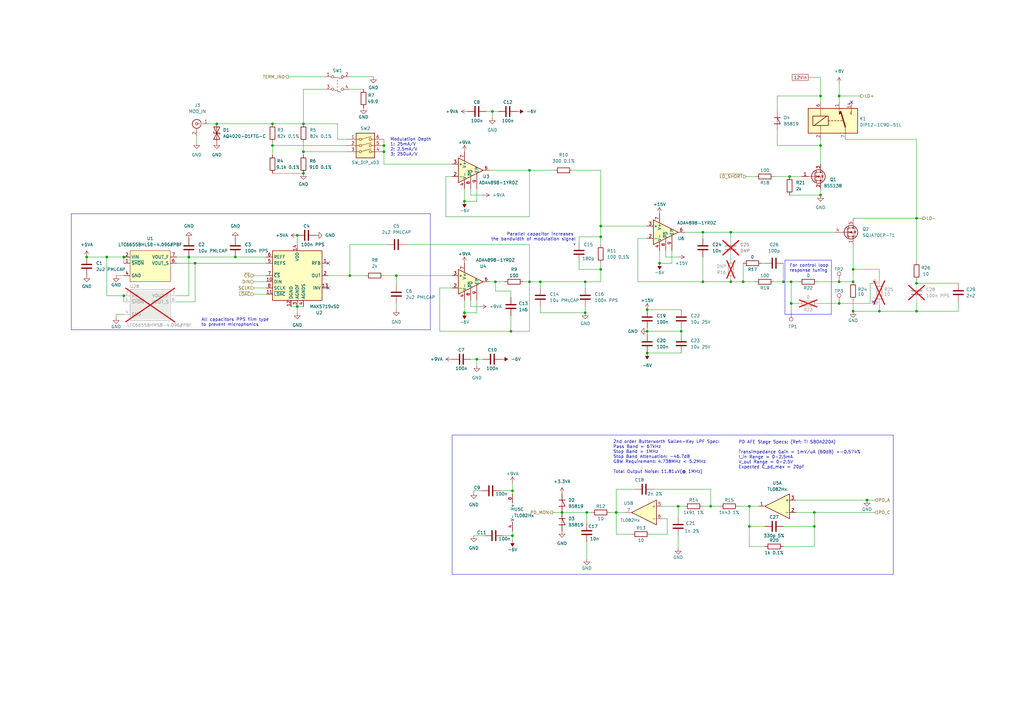
<source format=kicad_sch>
(kicad_sch (version 20230121) (generator eeschema)
  (paper "A3")
  (title_block (title "driveStage") (date "2023-11-09") (rev "r0_3") (company "M-Labs Limited") (comment 1 "Linus Woo Chun Kit"))
  (junction (at 270.51 107.95))
  (junction (at 124.46 71.12))
  (junction (at 217.17 69.85))
  (junction (at 265.43 135.89))
  (junction (at 203.2 115.57))
  (junction (at 324.485 124.46))
  (junction (at 121.92 96.52))
  (junction (at 360.68 127.635))
  (junction (at 288.29 95.25))
  (junction (at 375.92 89.535))
  (junction (at 334.01 210.185))
  (junction (at 210.185 201.295))
  (junction (at 88.9 50.8))
  (junction (at 201.93 45.72))
  (junction (at 240.03 115.57))
  (junction (at 344.17 115.57))
  (junction (at 195.58 147.32))
  (junction (at 299.72 115.57))
  (junction (at 265.43 127))
  (junction (at 252.73 210.185))
  (junction (at 349.885 115.57))
  (junction (at 190.5 128.27))
  (junction (at 124.46 50.8))
  (junction (at 336.55 39.37))
  (junction (at 355.6 205.105))
  (junction (at 217.17 115.57))
  (junction (at 307.34 207.645))
  (junction (at 221.615 115.57))
  (junction (at 334.01 215.9))
  (junction (at 190.5 82.55))
  (junction (at 324.485 115.57))
  (junction (at 43.815 105.41))
  (junction (at 50.8 121.285))
  (junction (at 77.47 105.41))
  (junction (at 288.29 115.57))
  (junction (at 143.51 113.03))
  (junction (at 336.55 80.01))
  (junction (at 349.885 110.49))
  (junction (at 299.72 95.25))
  (junction (at 111.76 50.8))
  (junction (at 157.48 62.23))
  (junction (at 96.52 105.41))
  (junction (at 162.56 113.03))
  (junction (at 279.4 135.89))
  (junction (at 210.185 219.71))
  (junction (at 246.38 110.49))
  (junction (at 246.38 92.71))
  (junction (at 50.8 105.41))
  (junction (at 80.01 107.95))
  (junction (at 349.885 127.635))
  (junction (at 265.43 144.78))
  (junction (at 291.465 207.645))
  (junction (at 278.13 207.645))
  (junction (at 240.03 128.27))
  (junction (at 111.76 59.69))
  (junction (at 307.34 215.9))
  (junction (at 336.55 59.69))
  (junction (at 246.38 97.155))
  (junction (at 344.17 39.37))
  (junction (at 230.505 210.185))
  (junction (at 304.8 115.57))
  (junction (at 124.46 62.23))
  (junction (at 121.92 125.73))
  (junction (at 375.92 127.635))
  (junction (at 209.55 135.89))
  (junction (at 157.48 59.69))
  (junction (at 344.17 124.46))
  (junction (at 375.92 116.205))
  (junction (at 240.665 210.185))
  (junction (at 35.56 105.41))
  (junction (at 323.85 72.39))
  (junction (at 321.31 115.57))
  (no_connect (at 358.14 123.825))
  (no_connect (at 349.25 41.91))
  (no_connect (at 134.62 118.11))
  (no_connect (at 134.62 107.95))
  (wire (pts (xy 162.56 124.46) (xy 162.56 127)))
  (wire (pts (xy 104.14 113.03) (xy 109.22 113.03)))
  (wire (pts (xy 360.68 114.935) (xy 360.68 110.49)))
  (wire (pts (xy 50.8 105.41) (xy 50.8 107.95)))
  (wire (pts (xy 323.85 72.39) (xy 328.93 72.39)))
  (wire (pts (xy 217.17 115.57) (xy 221.615 115.57)))
  (wire (pts (xy 259.08 219.075) (xy 252.73 219.075)))
  (wire (pts (xy 360.68 110.49) (xy 349.885 110.49)))
  (wire (pts (xy 111.76 71.12) (xy 124.46 71.12)))
  (wire (pts (xy 335.28 124.46) (xy 344.17 124.46)))
  (wire (pts (xy 334.01 210.185) (xy 358.775 210.185)))
  (wire (pts (xy 288.29 95.25) (xy 299.72 95.25)))
  (wire (pts (xy 313.69 224.155) (xy 307.34 224.155)))
  (wire (pts (xy 237.49 107.315) (xy 237.49 110.49)))
  (wire (pts (xy 318.77 59.69) (xy 336.55 59.69)))
  (wire (pts (xy 324.485 127.635) (xy 324.485 124.46)))
  (wire (pts (xy 271.78 212.725) (xy 273.685 212.725)))
  (wire (pts (xy 240.03 115.57) (xy 246.38 115.57)))
  (wire (pts (xy 265.43 135.89) (xy 265.43 137.16)))
  (wire (pts (xy 349.885 90.17) (xy 349.885 89.535)))
  (wire (pts (xy 210.185 219.71) (xy 210.185 221.615)))
  (wire (pts (xy 50.8 121.285) (xy 43.815 121.285)))
  (wire (pts (xy 331.47 31.75) (xy 336.55 31.75)))
  (wire (pts (xy 240.665 210.185) (xy 242.57 210.185)))
  (wire (pts (xy 166.37 100.33) (xy 217.17 100.33)))
  (wire (pts (xy 138.43 57.15) (xy 142.24 57.15)))
  (wire (pts (xy 288.29 207.645) (xy 291.465 207.645)))
  (wire (pts (xy 80.645 58.42) (xy 80.645 55.88)))
  (wire (pts (xy 240.03 118.11) (xy 240.03 115.57)))
  (wire (pts (xy 288.29 95.25) (xy 288.29 97.79)))
  (wire (pts (xy 280.67 95.25) (xy 288.29 95.25)))
  (wire (pts (xy 193.04 125.73) (xy 196.85 125.73)))
  (wire (pts (xy 336.55 31.75) (xy 336.55 39.37)))
  (wire (pts (xy 349.885 127.635) (xy 349.885 123.19)))
  (wire (pts (xy 124.46 58.42) (xy 124.46 62.23)))
  (wire (pts (xy 246.38 107.95) (xy 246.38 110.49)))
  (wire (pts (xy 375.92 114.935) (xy 375.92 116.205)))
  (wire (pts (xy 299.72 95.25) (xy 342.265 95.25)))
  (wire (pts (xy 85.725 50.8) (xy 88.9 50.8)))
  (polyline (pts (xy 321.945 128.905) (xy 340.995 128.905)))
  (wire (pts (xy 104.14 118.11) (xy 109.22 118.11)))
  (wire (pts (xy 237.49 110.49) (xy 246.38 110.49)))
  (wire (pts (xy 349.885 110.49) (xy 349.885 115.57)))
  (wire (pts (xy 252.73 200.66) (xy 252.73 210.185)))
  (wire (pts (xy 43.815 105.41) (xy 50.8 105.41)))
  (wire (pts (xy 157.48 59.69) (xy 157.48 62.23)))
  (wire (pts (xy 206.375 219.71) (xy 210.185 219.71)))
  (wire (pts (xy 273.05 105.41) (xy 278.13 105.41)))
  (wire (pts (xy 237.49 97.155) (xy 246.38 97.155)))
  (polyline (pts (xy 321.945 106.68) (xy 340.995 106.68)))
  (wire (pts (xy 318.77 53.34) (xy 318.77 59.69)))
  (wire (pts (xy 157.48 57.15) (xy 157.48 59.69)))
  (wire (pts (xy 299.72 105.41) (xy 299.72 106.68)))
  (wire (pts (xy 104.14 115.57) (xy 109.22 115.57)))
  (wire (pts (xy 356.87 116.205) (xy 358.14 116.205)))
  (wire (pts (xy 111.76 58.42) (xy 111.76 59.69)))
  (wire (pts (xy 200.66 69.85) (xy 217.17 69.85)))
  (wire (pts (xy 201.93 45.72) (xy 201.93 48.26)))
  (wire (pts (xy 326.39 210.185) (xy 334.01 210.185)))
  (wire (pts (xy 306.07 72.39) (xy 309.88 72.39)))
  (wire (pts (xy 221.615 115.57) (xy 240.03 115.57)))
  (wire (pts (xy 267.97 200.66) (xy 291.465 200.66)))
  (wire (pts (xy 349.885 127.635) (xy 360.68 127.635)))
  (wire (pts (xy 217.17 88.9) (xy 217.17 69.85)))
  (wire (pts (xy 47.625 113.03) (xy 50.8 113.03)))
  (wire (pts (xy 209.55 135.89) (xy 217.17 135.89)))
  (wire (pts (xy 210.185 198.12) (xy 210.185 201.295)))
  (wire (pts (xy 252.73 210.185) (xy 256.54 210.185)))
  (wire (pts (xy 138.43 50.8) (xy 138.43 57.15)))
  (wire (pts (xy 162.56 113.03) (xy 185.42 113.03)))
  (wire (pts (xy 157.48 62.23) (xy 157.48 67.31)))
  (wire (pts (xy 157.48 113.03) (xy 162.56 113.03)))
  (wire (pts (xy 349.885 100.33) (xy 349.885 110.49)))
  (wire (pts (xy 299.72 95.25) (xy 299.72 97.79)))
  (wire (pts (xy 217.17 135.89) (xy 217.17 115.57)))
  (wire (pts (xy 375.92 89.535) (xy 349.885 89.535)))
  (wire (pts (xy 240.03 128.27) (xy 240.03 125.73)))
  (wire (pts (xy 72.39 107.95) (xy 80.01 107.95)))
  (wire (pts (xy 360.68 125.095) (xy 360.68 127.635)))
  (wire (pts (xy 336.55 57.15) (xy 336.55 59.69)))
  (wire (pts (xy 124.46 62.23) (xy 142.24 62.23)))
  (wire (pts (xy 214.63 115.57) (xy 217.17 115.57)))
  (wire (pts (xy 278.13 212.09) (xy 278.13 207.645)))
  (wire (pts (xy 279.4 135.89) (xy 265.43 135.89)))
  (wire (pts (xy 375.92 127.635) (xy 375.92 123.825)))
  (wire (pts (xy 201.93 45.72) (xy 204.47 45.72)))
  (wire (pts (xy 324.485 115.57) (xy 324.485 124.46)))
  (wire (pts (xy 180.34 118.11) (xy 180.34 135.89)))
  (wire (pts (xy 307.34 215.9) (xy 307.34 224.155)))
  (wire (pts (xy 195.58 82.55) (xy 195.58 77.47)))
  (wire (pts (xy 190.5 77.47) (xy 190.5 82.55)))
  (wire (pts (xy 195.58 128.27) (xy 195.58 123.19)))
  (wire (pts (xy 291.465 200.66) (xy 291.465 207.645)))
  (wire (pts (xy 143.51 100.33) (xy 143.51 113.03)))
  (wire (pts (xy 47.625 128.905) (xy 47.625 130.175)))
  (wire (pts (xy 158.75 100.33) (xy 143.51 100.33)))
  (polyline (pts (xy 29.21 87.63) (xy 176.53 87.63)))
  (wire (pts (xy 266.7 219.075) (xy 273.685 219.075)))
  (wire (pts (xy 271.78 207.645) (xy 278.13 207.645)))
  (wire (pts (xy 80.01 107.95) (xy 109.22 107.95)))
  (wire (pts (xy 195.58 147.32) (xy 198.12 147.32)))
  (wire (pts (xy 88.9 50.8) (xy 111.76 50.8)))
  (wire (pts (xy 246.38 97.155) (xy 246.38 100.33)))
  (wire (pts (xy 304.8 107.95) (xy 304.8 115.57)))
  (wire (pts (xy 193.04 77.47) (xy 193.04 80.01)))
  (wire (pts (xy 111.76 50.8) (xy 124.46 50.8)))
  (wire (pts (xy 336.55 39.37) (xy 336.55 41.91)))
  (wire (pts (xy 190.5 82.55) (xy 195.58 82.55)))
  (wire (pts (xy 193.04 147.32) (xy 195.58 147.32)))
  (wire (pts (xy 326.39 205.105) (xy 355.6 205.105)))
  (wire (pts (xy 321.31 115.57) (xy 324.485 115.57)))
  (wire (pts (xy 240.665 222.25) (xy 240.665 229.235)))
  (wire (pts (xy 246.38 69.85) (xy 246.38 92.71)))
  (wire (pts (xy 270.51 107.95) (xy 275.59 107.95)))
  (wire (pts (xy 199.39 45.72) (xy 201.93 45.72)))
  (wire (pts (xy 344.17 39.37) (xy 344.17 41.91)))
  (wire (pts (xy 185.42 72.39) (xy 182.88 72.39)))
  (wire (pts (xy 43.815 121.285) (xy 43.815 105.41)))
  (wire (pts (xy 230.505 210.185) (xy 240.665 210.185)))
  (polyline (pts (xy 340.995 128.905) (xy 340.995 106.68)))
  (wire (pts (xy 143.51 31.496) (xy 153.162 31.496)))
  (wire (pts (xy 180.34 135.89) (xy 209.55 135.89)))
  (wire (pts (xy 193.04 123.19) (xy 193.04 125.73)))
  (wire (pts (xy 134.62 113.03) (xy 143.51 113.03)))
  (wire (pts (xy 393.065 127.635) (xy 393.065 123.825)))
  (wire (pts (xy 324.485 115.57) (xy 327.66 115.57)))
  (wire (pts (xy 209.55 119.38) (xy 203.2 119.38)))
  (wire (pts (xy 124.46 36.576) (xy 124.46 50.8)))
  (wire (pts (xy 291.465 207.645) (xy 295.275 207.645)))
  (wire (pts (xy 317.5 115.57) (xy 321.31 115.57)))
  (wire (pts (xy 375.92 57.15) (xy 346.71 57.15)))
  (wire (pts (xy 250.19 210.185) (xy 252.73 210.185)))
  (wire (pts (xy 334.01 210.185) (xy 334.01 215.9)))
  (wire (pts (xy 143.51 36.576) (xy 149.098 36.576)))
  (wire (pts (xy 50.8 128.905) (xy 47.625 128.905)))
  (wire (pts (xy 234.95 69.85) (xy 246.38 69.85)))
  (wire (pts (xy 360.68 127.635) (xy 375.92 127.635)))
  (wire (pts (xy 344.17 115.57) (xy 349.885 115.57)))
  (wire (pts (xy 278.13 224.79) (xy 278.13 219.71)))
  (wire (pts (xy 35.56 105.41) (xy 43.815 105.41)))
  (wire (pts (xy 72.39 121.285) (xy 77.47 121.285)))
  (wire (pts (xy 378.46 89.535) (xy 375.92 89.535)))
  (wire (pts (xy 318.77 39.37) (xy 336.55 39.37)))
  (wire (pts (xy 302.895 207.645) (xy 307.34 207.645)))
  (wire (pts (xy 190.5 128.27) (xy 195.58 128.27)))
  (wire (pts (xy 124.46 62.23) (xy 124.46 63.5)))
  (wire (pts (xy 270.51 102.87) (xy 270.51 107.95)))
  (polyline (pts (xy 29.21 87.63) (xy 29.21 135.255)))
  (wire (pts (xy 111.76 59.69) (xy 142.24 59.69)))
  (wire (pts (xy 375.92 116.205) (xy 393.065 116.205)))
  (wire (pts (xy 252.73 210.185) (xy 252.73 219.075)))
  (wire (pts (xy 261.62 115.57) (xy 261.62 97.79)))
  (wire (pts (xy 121.92 96.52) (xy 121.92 100.33)))
  (wire (pts (xy 273.685 212.725) (xy 273.685 219.075)))
  (wire (pts (xy 273.05 102.87) (xy 273.05 105.41)))
  (wire (pts (xy 157.48 67.31) (xy 185.42 67.31)))
  (wire (pts (xy 226.695 210.185) (xy 230.505 210.185)))
  (polyline (pts (xy 321.945 106.68) (xy 321.945 128.905)))
  (wire (pts (xy 217.17 69.85) (xy 227.33 69.85)))
  (wire (pts (xy 336.55 59.69) (xy 336.55 67.31)))
  (wire (pts (xy 321.31 224.155) (xy 334.01 224.155)))
  (wire (pts (xy 304.8 115.57) (xy 309.88 115.57)))
  (wire (pts (xy 194.31 201.93) (xy 194.31 201.295)))
  (wire (pts (xy 344.17 39.37) (xy 353.06 39.37)))
  (wire (pts (xy 288.29 115.57) (xy 261.62 115.57)))
  (wire (pts (xy 50.8 121.285) (xy 50.8 123.825)))
  (wire (pts (xy 72.39 123.825) (xy 80.01 123.825)))
  (wire (pts (xy 307.34 207.645) (xy 311.15 207.645)))
  (wire (pts (xy 182.88 88.9) (xy 217.17 88.9)))
  (wire (pts (xy 119.38 125.73) (xy 121.92 125.73)))
  (wire (pts (xy 246.38 92.71) (xy 265.43 92.71)))
  (wire (pts (xy 375.92 89.535) (xy 375.92 107.315)))
  (wire (pts (xy 104.14 120.65) (xy 109.22 120.65)))
  (wire (pts (xy 318.77 45.72) (xy 318.77 39.37)))
  (wire (pts (xy 143.51 113.03) (xy 149.86 113.03)))
  (wire (pts (xy 356.87 116.205) (xy 356.87 124.46)))
  (wire (pts (xy 375.92 127.635) (xy 393.065 127.635)))
  (wire (pts (xy 193.04 80.01) (xy 198.12 80.01)))
  (wire (pts (xy 246.38 92.71) (xy 246.38 97.155)))
  (polyline (pts (xy 29.21 135.255) (xy 176.53 135.255)))
  (wire (pts (xy 210.185 201.295) (xy 210.185 202.565)))
  (wire (pts (xy 194.31 201.295) (xy 197.485 201.295)))
  (wire (pts (xy 221.615 125.73) (xy 221.615 128.27)))
  (wire (pts (xy 299.72 114.3) (xy 299.72 115.57)))
  (wire (pts (xy 375.92 57.15) (xy 375.92 89.535)))
  (wire (pts (xy 80.01 123.825) (xy 80.01 107.95)))
  (wire (pts (xy 190.5 123.19) (xy 190.5 128.27)))
  (wire (pts (xy 221.615 118.11) (xy 221.615 115.57)))
  (wire (pts (xy 203.2 119.38) (xy 203.2 115.57)))
  (wire (pts (xy 133.35 36.576) (xy 124.46 36.576)))
  (wire (pts (xy 321.31 107.95) (xy 321.31 115.57)))
  (wire (pts (xy 209.55 129.54) (xy 209.55 135.89)))
  (wire (pts (xy 205.105 201.295) (xy 210.185 201.295)))
  (wire (pts (xy 279.4 134.62) (xy 279.4 135.89)))
  (wire (pts (xy 77.47 105.41) (xy 96.52 105.41)))
  (wire (pts (xy 344.17 34.29) (xy 344.17 39.37)))
  (wire (pts (xy 312.42 107.95) (xy 313.69 107.95)))
  (wire (pts (xy 246.38 110.49) (xy 246.38 115.57)))
  (wire (pts (xy 77.47 121.285) (xy 77.47 105.41)))
  (wire (pts (xy 324.485 124.46) (xy 327.66 124.46)))
  (wire (pts (xy 323.85 80.01) (xy 336.55 80.01)))
  (wire (pts (xy 111.76 59.69) (xy 111.76 63.5)))
  (wire (pts (xy 335.28 115.57) (xy 344.17 115.57)))
  (wire (pts (xy 121.92 125.73) (xy 121.92 128.27)))
  (wire (pts (xy 217.17 100.33) (xy 217.17 115.57)))
  (wire (pts (xy 279.4 135.89) (xy 279.4 137.16)))
  (wire (pts (xy 210.185 217.805) (xy 210.185 219.71)))
  (wire (pts (xy 162.56 113.03) (xy 162.56 116.84)))
  (wire (pts (xy 124.46 50.8) (xy 138.43 50.8)))
  (wire (pts (xy 355.6 205.105) (xy 358.775 205.105)))
  (wire (pts (xy 203.2 115.57) (xy 207.01 115.57)))
  (wire (pts (xy 240.665 214.63) (xy 240.665 210.185)))
  (wire (pts (xy 336.55 77.47) (xy 336.55 80.01)))
  (wire (pts (xy 321.31 215.9) (xy 334.01 215.9)))
  (wire (pts (xy 307.34 207.645) (xy 307.34 215.9)))
  (wire (pts (xy 317.5 72.39) (xy 323.85 72.39)))
  (wire (pts (xy 185.42 118.11) (xy 180.34 118.11)))
  (wire (pts (xy 194.31 219.71) (xy 198.755 219.71)))
  (wire (pts (xy 265.43 134.62) (xy 265.43 135.89)))
  (wire (pts (xy 221.615 128.27) (xy 240.03 128.27)))
  (wire (pts (xy 265.43 127) (xy 279.4 127)))
  (wire (pts (xy 260.35 200.66) (xy 252.73 200.66)))
  (wire (pts (xy 288.29 115.57) (xy 299.72 115.57)))
  (wire (pts (xy 209.55 121.92) (xy 209.55 119.38)))
  (wire (pts (xy 265.43 144.78) (xy 279.4 144.78)))
  (wire (pts (xy 278.13 207.645) (xy 280.67 207.645)))
  (wire (pts (xy 200.66 115.57) (xy 203.2 115.57)))
  (wire (pts (xy 72.39 105.41) (xy 77.47 105.41)))
  (wire (pts (xy 344.17 124.46) (xy 356.87 124.46)))
  (wire (pts (xy 118.364 31.496) (xy 133.35 31.496)))
  (wire (pts (xy 275.59 107.95) (xy 275.59 102.87)))
  (wire (pts (xy 288.29 105.41) (xy 288.29 115.57)))
  (wire (pts (xy 195.58 147.32) (xy 195.58 149.86)))
  (wire (pts (xy 299.72 115.57) (xy 304.8 115.57)))
  (polyline (pts (xy 176.53 135.255) (xy 176.53 87.63)))
  (wire (pts (xy 96.52 105.41) (xy 109.22 105.41)))
  (wire (pts (xy 237.49 99.695) (xy 237.49 97.155)))
  (wire (pts (xy 121.92 125.73) (xy 124.46 125.73)))
  (wire (pts (xy 182.88 72.39) (xy 182.88 88.9)))
  (wire (pts (xy 261.62 97.79) (xy 265.43 97.79)))
  (wire (pts (xy 334.01 215.9) (xy 334.01 224.155)))
  (wire (pts (xy 313.69 215.9) (xy 307.34 215.9)))
  (rectangle (start 185.42 178.435) (end 366.395 235.585))
  (text "All capacitors PPS film type\nto prevent microphonics " (at 82.55 133.985 0) (effects (font (size 1.27 1.27)) (justify left bottom)))
  (text "For control loop\nresponse tuning" (at 323.85 111.76 0) (effects (font (size 1.27 1.27)) (justify left bottom)))
  (text "PD AFE Stage Specs: (Ref: TI SBOA220A)\n\nTransimpedance Gain = 1mV/uA (60dB) +-0.574%\nI_in Range = 0-2.5mA\nV_out Range = 0-2.5V\nExpected C_pd_max = 20pF" (at 302.895 192.405 0) (effects (font (size 1.27 1.27)) (justify left bottom)))
  (text "Modulation Depth\n1: 25mA/V\n2: 2.5mA/V\n3: 250uA/V" (at 160.02 64.135 0) (effects (font (size 1.27 1.27)) (justify left bottom)))
  (text "\n2nd order Butterworth Sallen-Key LPF Spec:\nPass Band = 67kHz\nStop Band = 1MHz\nStop Band Attenuation: -46.7dB\nGBW Requirement: 4.738MHz < 5.2MHz\n\nTotal Output Noise: 11.81uV(@ 1MHz)" (at 251.46 194.31 0) (effects (font (size 1.27 1.27)) (justify left bottom)))
  (text "Parallel capacitor increases \nthe bandwidth of modulation signal\nv" (at 236.22 100.965 0) (effects (font (size 1.27 1.27)) (justify right bottom)))
  (global_label "12Vin" (shape passive) (at 331.47 31.75 180) (property "Intersheetrefs" "${INTERSHEET_REFS}" (effects hide)))
  (hierarchical_label "PD_MON" (shape output) (at 226.695 210.185 180))
  (hierarchical_label "PD_C" (shape input) (at 358.775 210.185 0))
  (hierarchical_label "TERM_IND" (shape output) (at 118.364 31.496 180))
  (hierarchical_label "~{LDAC}" (shape input) (at 104.14 120.65 180))
  (hierarchical_label "~{LD_SHORT}" (shape input) (at 306.07 72.39 180))
  (hierarchical_label "LD+" (shape output) (at 353.06 39.37 0))
  (hierarchical_label "PD_A" (shape input) (at 358.775 205.105 0))
  (hierarchical_label "SCLK" (shape input) (at 104.14 118.11 180))
  (hierarchical_label "DIN" (shape input) (at 104.14 115.57 180))
  (hierarchical_label "LD-" (shape output) (at 378.46 89.535 0))
  (hierarchical_label "~{CS}" (shape input) (at 104.14 113.03 180))
  (symbol (lib_id "Connector:TestPoint") (at 344.17 115.57 0) (unit 1)
    (property "Reference" "TP2" (at 342.265 110.49 0) (effects (justify left)))
    (property "Value" "TestPoint" (effects hide))
    (property "Footprint" "TestPoint:TestPoint_Pad_1.0x1.0mm" (effects hide))
  )
  (symbol (lib_id "Device:R") (at 299.72 110.49 180) (unit 1) (dnp yes)
    (property "Reference" "R16" (at 295.91 111.76 0))
    (property "Value" "DNP" (at 295.91 109.22 0))
    (property "Footprint" "Resistor_SMD:R_0603_1608Metric" (effects hide))
  )
  (symbol (lib_id "kirdy:R_Y169010R0000T9L") (at 360.68 120.015 0) (mirror y) (unit 1) (dnp yes)
    (property "Reference" "R25" (at 362.585 118.745 0) (effects (justify right)))
    (property "Value" "10" (at 362.585 120.65 0) (effects (justify right)))
    (property "Footprint" "Package_TO_SOT_THT:TO-220F-4_Horizontal_TabDown" (effects hide))
    (property "Datasheet" "https://www.mouser.hk/datasheet/2/428/vpr22021-3247675.pdf" (effects hide))
    (property "MFR_PN" "Y169010R0000T9L" (effects hide))
  )
  (symbol (lib_id "Device:R") (at 284.48 207.645 90) (unit 1)
    (property "Reference" "R14" (at 284.48 205.105 90))
    (property "Value" "1k91 1%" (at 284.48 210.185 90))
    (property "Footprint" "Resistor_SMD:R_0603_1608Metric" (effects hide))
    (property "MFR_PN" "ERJ-3EKF1911V" (effects hide))
  )
  (symbol (lib_id "Device:C") (at 264.16 200.66 270) (unit 1)
    (property "Reference" "C18" (at 262.255 196.85 90))
    (property "Value" "2n 2%" (at 268.605 202.565 90))
    (property "Footprint" "Capacitor_SMD:C_0603_1608Metric" (effects hide))
    (property "MFR_PN" "GCM1885C1H202GA16D" (effects hide))
  )
  (symbol (lib_id "power:GND") (at 47.625 130.175 0) (mirror y) (unit 1)
    (property "Reference" "#PWR0208" (effects hide))
    (property "Value" "GND" (at 47.625 133.985 0))
  )
  (symbol (lib_id "Device:R") (at 323.85 76.2 180) (unit 1)
    (property "Reference" "R21" (at 326.39 74.9299 0) (effects (justify right)))
    (property "Value" "2k" (at 326.39 77.4699 0) (effects (justify right)))
    (property "Footprint" "Resistor_SMD:R_0603_1608Metric" (effects hide))
    (property "MFR_PN" "RC0603FR-072KL" (effects hide))
    (property "MFR_PN_ALT" "ERJ-3EKF2001V" (effects hide))
  )
  (symbol (lib_id "power:GND") (at 336.55 80.01 0) (unit 1)
    (property "Reference" "#PWR047" (effects hide))
    (property "Value" "GND" (at 336.55 85.09 0))
  )
  (symbol (lib_id "power:-6V") (at 212.09 45.72 270) (unit 1)
    (property "Reference" "#PWR035" (effects hide))
    (property "Value" "-6V" (at 215.9 45.7199 90) (effects (justify left)))
  )
  (symbol (lib_id "Device:C") (at 162.56 100.33 90) (unit 1)
    (property "Reference" "C5" (at 162.56 92.71 90))
    (property "Value" "2u2 PMLCAP" (at 162.56 95.25 90))
    (property "Footprint" "Capacitor_SMD:C_1812_4532Metric" (effects hide))
    (property "MFR_PN" "35MU225MC14532" (effects hide))
  )
  (symbol (lib_id "kirdy:LTC6655") (at 60.96 126.365 0) (unit 1) (dnp yes)
    (property "Reference" "U28" (at 55.245 117.475 0))
    (property "Value" "LTC6655BHMS8-4.096#PBF" (at 65.405 133.35 0))
    (property "Footprint" "kirdy:SOP65P490X110-8N" (effects hide))
    (property "Datasheet" "https://www.analog.com/media/en/technical-documentation/data-sheets/ltc6655-6655ln.pdf" (effects hide))
  )
  (symbol (lib_id "power:+15V") (at 265.43 127 0) (unit 1)
    (property "Reference" "#PWR040" (effects hide))
    (property "Value" "+15V" (at 265.43 123.19 0))
  )
  (symbol (lib_id "Device:R") (at 331.47 115.57 90) (unit 1)
    (property "Reference" "R22" (at 331.47 118.11 90))
    (property "Value" "0" (at 331.47 113.03 90))
    (property "Footprint" "Resistor_SMD:R_0603_1608Metric" (effects hide))
    (property "MFR_PN" "RMCF0603ZT0R00" (effects hide))
    (property "MFR_PN_ALT" "CR0603-J/-000ELF" (effects hide))
  )
  (symbol (lib_id "power:-6V") (at 205.74 147.32 270) (unit 1)
    (property "Reference" "#PWR032" (effects hide))
    (property "Value" "-6V" (at 209.55 147.3199 90) (effects (justify left)))
  )
  (symbol (lib_id "Device:D_Shockley") (at 230.505 206.375 270) (unit 1)
    (property "Reference" "D2" (at 233.045 205.1049 90) (effects (justify left)))
    (property "Value" "B5819" (at 233.045 207.6449 90) (effects (justify left)))
    (property "Footprint" "Diode_SMD:D_SOD-323" (effects hide))
    (property "MFR_PN" "B5819WS-TP" (effects hide))
  )
  (symbol (lib_id "power:GND") (at 194.31 201.93 0) (unit 1)
    (property "Reference" "#PWR026" (effects hide))
    (property "Value" "GND" (at 194.31 207.01 0))
  )
  (symbol (lib_id "Device:C") (at 208.28 45.72 90) (unit 1)
    (property "Reference" "C12" (at 208.28 41.91 90))
    (property "Value" "100n" (at 208.28 49.53 90))
    (property "Footprint" "Capacitor_SMD:C_0603_1608Metric" (effects hide))
    (property "MFR_PN" "CL10B104KB8NNWC" (effects hide))
    (property "MFR_PN_ALT" "CL10B104KB8NNNL" (effects hide))
  )
  (symbol (lib_id "power:GND") (at 47.625 113.03 0) (mirror y) (unit 1)
    (property "Reference" "#PWR0220" (effects hide))
    (property "Value" "GND" (at 47.625 116.84 0))
  )
  (symbol (lib_id "Device:R") (at 349.885 119.38 0) (mirror x) (unit 1)
    (property "Reference" "R24" (at 351.79 118.745 0) (effects (justify left)))
    (property "Value" "10" (at 351.79 120.65 0) (effects (justify left)))
    (property "Footprint" "Package_TO_SOT_THT:TO-220-2_Horizontal_TabDown" (effects hide))
    (property "Datasheet" "https://www.alpha-elec.co.jp/w2img/2022100715510167015-PD(EN)_final_10Jan2018.pdf" (effects hide))
    (property "MFR_PN" "PDY10R000F" (effects hide))
  )
  (symbol (lib_id "Relay:DIPxx-1Cxx-51x") (at 341.63 49.53 0) (unit 1)
    (property "Reference" "K1" (at 352.552 48.6953 0) (effects (justify left)))
    (property "Value" "DIP12-1C90-51L" (at 352.552 51.2322 0) (effects (justify left)))
    (property "Footprint" "Relay_THT:Relay_StandexMeder_DIP_LowProfile" (effects hide))
    (property "Datasheet" "https://standexelectronics.com/wp-content/uploads/datasheet_reed_relay_DIP.pdf" (effects hide))
    (property "MFR_PN" "DIP12-1C90-51L" (effects hide))
  )
  (symbol (lib_id "Device:C") (at 278.13 215.9 180) (unit 1)
    (property "Reference" "C21" (at 283.21 214.63 0))
    (property "Value" "1n 2%" (at 283.845 217.805 0))
    (property "Footprint" "Capacitor_SMD:C_0603_1608Metric" (effects hide))
    (property "MFR_PN" "0603N102G250CT" (effects hide))
  )
  (symbol (lib_id "power:+5VA") (at 35.56 105.41 0) (unit 1)
    (property "Reference" "#PWR07" (effects hide))
    (property "Value" "+5VA" (at 35.56 100.33 0))
  )
  (symbol (lib_id "Device:C") (at 279.4 140.97 0) (unit 1)
    (property "Reference" "C23" (at 283.21 139.7 0) (effects (justify left)))
    (property "Value" "10u 25V" (at 283.21 142.24 0) (effects (justify left)))
    (property "Footprint" "Capacitor_SMD:C_0805_2012Metric" (effects hide))
    (property "MFR_PN" "GRM21BZ71E106KE15K" (effects hide))
    (property "MFR_PN_ALT" "GRM21BZ71E106KE15L" (effects hide))
  )
  (symbol (lib_id "Device:C") (at 77.47 101.6 0) (unit 1)
    (property "Reference" "C2" (at 81.28 100.33 0) (effects (justify left)))
    (property "Value" "10u PMLCAP" (at 81.28 102.87 0) (effects (justify left)))
    (property "Footprint" "Capacitor_SMD:C_1812_4532Metric" (effects hide))
    (property "MFR_PN" "16MU106MC44532" (effects hide))
  )
  (symbol (lib_id "Connector:TestPoint") (at 324.485 127.635 180) (unit 1)
    (property "Reference" "TP1" (at 327.025 133.985 0) (effects (justify left)))
    (property "Value" "TestPoint" (effects hide))
    (property "Footprint" "TestPoint:TestPoint_Pad_1.0x1.0mm" (effects hide))
  )
  (symbol (lib_id "Device:C") (at 299.72 101.6 0) (unit 1) (dnp yes)
    (property "Reference" "C25" (at 303.53 100.3299 0) (effects (justify left)))
    (property "Value" "DNP" (at 303.53 102.8699 0) (effects (justify left)))
    (property "Footprint" "Capacitor_SMD:C_0603_1608Metric" (effects hide))
  )
  (symbol (lib_id "Device:R") (at 313.69 115.57 90) (unit 1)
    (property "Reference" "R19" (at 313.69 118.11 90))
    (property "Value" "100" (at 313.69 113.03 90))
    (property "Footprint" "Resistor_SMD:R_0603_1608Metric" (effects hide))
    (property "MFR_PN" "WR06X1000FTL" (effects hide))
    (property "MFR_PN_ALT" "RMCF0603FT100R" (effects hide))
  )
  (symbol (lib_id "Device:R") (at 375.92 111.125 180) (unit 1)
    (property "Reference" "R26" (at 379.73 109.855 0))
    (property "Value" "10" (at 379.73 112.395 0))
    (property "Footprint" "Resistor_SMD:R_0603_1608Metric" (effects hide))
    (property "MFR_PN" "RT0603BRD0710RL" (effects hide))
    (property "MFR_PN_ALT" "WR06X10R0FTL" (effects hide))
  )
  (symbol (lib_id "power:GND") (at 121.92 128.27 0) (unit 1)
    (property "Reference" "#PWR014" (effects hide))
    (property "Value" "GND" (at 121.92 133.35 0))
  )
  (symbol (lib_id "Amplifier_Operational:ADA4898-1YRDZ") (at 273.05 95.25 0) (unit 1)
    (property "Reference" "U6" (at 279.4 97.79 0))
    (property "Value" "ADA4898-1YRDZ" (at 285.75 91.44 0))
    (property "Footprint" "Package_SO:SOIC-8-1EP_3.9x4.9mm_P1.27mm_EP2.29x3mm" (effects hide))
    (property "Datasheet" "https://www.analog.com/media/en/technical-documentation/data-sheets/ada4898-1_4898-2.pdf" (effects hide))
    (property "MFR_PN" "ADA4898-1YRDZ" (effects hide))
  )
  (symbol (lib_id "Device:C") (at 288.29 101.6 0) (unit 1)
    (property "Reference" "C24" (at 292.1 100.3299 0) (effects (justify left)))
    (property "Value" "10n" (at 292.1 102.8699 0) (effects (justify left)))
    (property "Footprint" "Capacitor_SMD:C_0603_1608Metric" (effects hide))
    (property "MFR_PN" "0603B103K500CT" (effects hide))
    (property "MFR_PN_ALT" "CL10B103KB8NNNC" (effects hide))
  )
  (symbol (lib_id "power:GND") (at 278.13 224.79 0) (unit 1)
    (property "Reference" "#PWR046" (effects hide))
    (property "Value" "GND" (at 278.13 228.6 0))
  )
  (symbol (lib_id "Device:C") (at 375.92 120.015 0) (unit 1) (dnp yes)
    (property "Reference" "C28" (at 379.73 118.7449 0) (effects (justify left)))
    (property "Value" "100n PPS" (at 379.73 121.2849 0) (effects (justify left)))
    (property "Footprint" "Capacitor_SMD:C_1210_3225Metric" (effects hide))
    (property "MFR_PN" "ECH-U1C104JX5" (effects hide))
  )
  (symbol (lib_id "Device:R") (at 246.38 104.14 180) (unit 1)
    (property "Reference" "R11" (at 248.92 102.87 0) (effects (justify right)))
    (property "Value" "100 0.1%" (at 248.92 105.41 0) (effects (justify right)))
    (property "Footprint" "Resistor_SMD:R_0603_1608Metric" (effects hide))
    (property "MFR_PN" "RN73R1JTTD1000B25" (effects hide))
  )
  (symbol (lib_id "power:GND") (at 129.54 96.52 90) (unit 1)
    (property "Reference" "#PWR016" (effects hide))
    (property "Value" "GND" (at 133.35 96.5199 90) (effects (justify right)))
  )
  (symbol (lib_id "Device:R") (at 111.76 67.31 180) (unit 1)
    (property "Reference" "R4" (at 114.935 66.04 0))
    (property "Value" "9.1k 0.1%" (at 118.11 68.58 0))
    (property "Footprint" "Resistor_SMD:R_0603_1608Metric" (effects hide))
    (property "MFR_PN" "ERA-3AEB912V" (effects hide))
  )
  (symbol (lib_id "power:GND") (at 149.098 44.196 0) (unit 1)
    (property "Reference" "#PWR017" (effects hide))
    (property "Value" "GND" (at 149.098 48.006 0))
  )
  (symbol (lib_id "power:GND") (at 35.56 113.03 0) (unit 1)
    (property "Reference" "#PWR08" (effects hide))
    (property "Value" "GND" (at 35.56 117.475 0))
  )
  (symbol (lib_id "power:GND") (at 77.47 97.79 180) (unit 1)
    (property "Reference" "#PWR09" (effects hide))
    (property "Value" "GND" (at 77.47 92.71 0))
  )
  (symbol (lib_id "power:-6V") (at 210.185 221.615 180) (unit 1)
    (property "Reference" "#PWR034" (effects hide))
    (property "Value" "-6V" (at 210.185 225.425 0))
  )
  (symbol (lib_id "Device:R") (at 149.098 40.386 180) (unit 1)
    (property "Reference" "R7" (at 152.273 39.116 0))
    (property "Value" "49.9" (at 152.908 41.656 0))
    (property "Footprint" "Resistor_SMD:R_0603_1608Metric" (effects hide))
    (property "MFR_PN" "RT0603DRE0749R9L" (effects hide))
  )
  (symbol (lib_id "Device:C") (at 221.615 121.92 0) (unit 1)
    (property "Reference" "C14" (at 225.425 120.65 0) (effects (justify left)))
    (property "Value" "10u PMLCAP" (at 225.425 123.19 0) (effects (justify left)))
    (property "Footprint" "Capacitor_SMD:C_1812_4532Metric" (effects hide))
    (property "MFR_PN" "16MU106MC44532" (effects hide))
  )
  (symbol (lib_id "Device:R") (at 262.89 219.075 90) (unit 1)
    (property "Reference" "R13" (at 262.89 216.535 90))
    (property "Value" "10" (at 262.89 221.615 90))
    (property "Footprint" "Resistor_SMD:R_0603_1608Metric" (effects hide))
    (property "MFR_PN" "RT0603BRD0710RL" (effects hide))
    (property "MFR_PN_ALT" "WR06X10R0FTL" (effects hide))
  )
  (symbol (lib_id "Amplifier_Operational:ADA4898-1YRDZ") (at 193.04 115.57 0) (unit 1)
    (property "Reference" "U4" (at 198.12 109.22 0))
    (property "Value" "ADA4898-1YRDZ" (at 203.2 106.68 0))
    (property "Footprint" "Package_SO:SOIC-8-1EP_3.9x4.9mm_P1.27mm_EP2.29x3mm" (effects hide))
    (property "Datasheet" "https://www.analog.com/media/en/technical-documentation/data-sheets/ada4898-1_4898-2.pdf" (effects hide))
    (property "MFR_PN" "ADA4898-1YRDZ" (effects hide))
  )
  (symbol (lib_id "Device:C") (at 317.5 215.9 90) (unit 1)
    (property "Reference" "C27" (at 317.5 212.09 90))
    (property "Value" "330p 5%" (at 317.5 219.71 90))
    (property "Footprint" "Capacitor_SMD:C_0603_1608Metric" (effects hide))
    (property "MFR_PN" "885012006041" (effects hide))
  )
  (symbol (lib_id "power:GND") (at 265.43 135.89 270) (unit 1)
    (property "Reference" "#PWR041" (effects hide))
    (property "Value" "GND" (at 261.62 135.8899 90) (effects (justify right)))
  )
  (symbol (lib_id "power:GND") (at 194.31 219.71 0) (unit 1)
    (property "Reference" "#PWR027" (effects hide))
    (property "Value" "GND" (at 194.31 224.79 0))
  )
  (symbol (lib_id "Device:C") (at 265.43 140.97 0) (unit 1)
    (property "Reference" "C20" (at 269.24 139.6999 0) (effects (justify left)))
    (property "Value" "100n" (at 269.24 142.2399 0) (effects (justify left)))
    (property "Footprint" "Capacitor_SMD:C_0603_1608Metric" (effects hide))
    (property "MFR_PN" "CL10B104KB8NNWC" (effects hide))
    (property "MFR_PN_ALT" "CL10B104KB8NNNL" (effects hide))
  )
  (symbol (lib_id "power:+9VA") (at 210.185 198.12 0) (unit 1)
    (property "Reference" "#PWR033" (effects hide))
    (property "Value" "+9VA" (at 210.185 194.31 0))
  )
  (symbol (lib_id "power:GND") (at 162.56 127 0) (unit 1)
    (property "Reference" "#PWR019" (effects hide))
    (property "Value" "GND" (at 162.56 132.08 0))
  )
  (symbol (lib_id "Device:R") (at 317.5 224.155 90) (unit 1)
    (property "Reference" "R20" (at 317.5 221.615 90))
    (property "Value" "1k 0.1%" (at 317.5 226.695 90))
    (property "Footprint" "Resistor_SMD:R_0603_1608Metric" (effects hide))
    (property "MFR_PN" "RP0603BRD071KL" (effects hide))
    (property "MFR_PN_ALT" "WR06X1001FTL" (effects hide))
  )
  (symbol (lib_id "Device:R") (at 153.67 113.03 90) (unit 1)
    (property "Reference" "R8" (at 153.67 106.68 90))
    (property "Value" "2k" (at 153.67 109.22 90))
    (property "Footprint" "Resistor_SMD:R_0603_1608Metric" (effects hide))
    (property "MFR_PN" "RC0603FR-072KL" (effects hide))
    (property "MFR_PN_ALT" "ERJ-3EKF2001V" (effects hide))
  )
  (symbol (lib_id "Device:C") (at 209.55 125.73 180) (unit 1)
    (property "Reference" "C13" (at 214.63 124.46 0))
    (property "Value" "1n6" (at 214.63 127 0))
    (property "Footprint" "Capacitor_SMD:C_0603_1608Metric" (effects hide))
    (property "MFR_PN" "GCM1885C1H162FA16D" (effects hide))
    (property "MFR_PN_ALT" "C0603C162J5GAC7867" (effects hide))
  )
  (symbol (lib_id "Device:C") (at 201.93 147.32 90) (unit 1)
    (property "Reference" "C10" (at 201.93 143.51 90))
    (property "Value" "100n" (at 201.93 151.13 90))
    (property "Footprint" "Capacitor_SMD:C_0603_1608Metric" (effects hide))
    (property "MFR_PN" "CL10B104KB8NNWC" (effects hide))
    (property "MFR_PN_ALT" "CL10B104KB8NNNL" (effects hide))
  )
  (symbol (lib_id "power:+9VA") (at 198.12 80.01 270) (unit 1)
    (property "Reference" "#PWR030" (effects hide))
    (property "Value" "+9VA" (at 201.93 80.0099 90) (effects (justify left)))
  )
  (symbol (lib_id "Device:R") (at 124.46 54.61 0) (unit 1)
    (property "Reference" "R5" (at 127 53.34 0) (effects (justify left)))
    (property "Value" "82k 0.1%" (at 127 55.88 0) (effects (justify left)))
    (property "Footprint" "Resistor_SMD:R_0603_1608Metric" (effects hide))
    (property "MFR_PN" "ERA-3AEB823V" (effects hide))
  )
  (symbol (lib_id "Device:C") (at 317.5 107.95 90) (unit 1)
    (property "Reference" "C26" (at 317.5 100.33 90))
    (property "Value" "100p" (at 317.5 102.87 90))
    (property "Footprint" "Capacitor_SMD:C_0603_1608Metric" (effects hide))
    (property "MFR_PN" "VJ0603A101KXQCW1BC" (effects hide))
  )
  (symbol (lib_id "power:-6V") (at 190.5 128.27 180) (unit 1)
    (property "Reference" "#PWR024" (effects hide))
    (property "Value" "-6V" (at 190.5 132.08 0))
  )
  (symbol (lib_id "Device:C") (at 202.565 219.71 270) (unit 1)
    (property "Reference" "C11" (at 195.58 218.44 90) (effects (justify left)))
    (property "Value" "100n" (at 204.47 220.98 90) (effects (justify left)))
    (property "Footprint" "Capacitor_SMD:C_0603_1608Metric" (effects hide))
    (property "MFR_PN" "CL10B104KB8NNWC" (effects hide))
    (property "MFR_PN_ALT" "CL10B104KB8NNNL" (effects hide))
  )
  (symbol (lib_id "power:+15V") (at 278.13 105.41 270) (unit 1)
    (property "Reference" "#PWR045" (effects hide))
    (property "Value" "+15V" (at 276.86 107.95 90) (effects (justify left)))
  )
  (symbol (lib_id "Device:C") (at 279.4 130.81 0) (unit 1)
    (property "Reference" "C22" (at 283.21 129.54 0) (effects (justify left)))
    (property "Value" "10u 25V" (at 283.21 132.08 0) (effects (justify left)))
    (property "Footprint" "Capacitor_SMD:C_0805_2012Metric" (effects hide))
    (property "MFR_PN" "GRM21BZ71E106KE15K" (effects hide))
    (property "MFR_PN_ALT" "GRM21BZ71E106KE15L" (effects hide))
  )
  (symbol (lib_id "power:GND") (at 153.162 31.496 0) (unit 1)
    (property "Reference" "#PWR018" (effects hide))
    (property "Value" "GND" (at 153.162 35.941 0))
  )
  (symbol (lib_id "Amplifier_Operational:TL082") (at 318.77 207.645 0) (mirror y) (unit 1)
    (property "Reference" "U5" (at 318.77 198.12 0))
    (property "Value" "TL082Hx" (at 318.77 200.66 0))
    (property "Footprint" "kirdy:SOIC8-TL082Hx" (effects hide))
    (property "Datasheet" "http://www.ti.com/lit/ds/symlink/tl081.pdf" (effects hide))
    (property "MFR_PN" "TL082HIDR" (effects hide))
  )
  (symbol (lib_id "Device:R") (at 308.61 107.95 90) (unit 1)
    (property "Reference" "R17" (at 308.61 110.49 90))
    (property "Value" "0" (at 308.61 105.41 90))
    (property "Footprint" "Resistor_SMD:R_0603_1608Metric" (effects hide))
    (property "MFR_PN" "RMCF0603ZT0R00" (effects hide))
    (property "MFR_PN_ALT" "CR0603-J/-000ELF" (effects hide))
  )
  (symbol (lib_id "power:+9VA") (at 191.77 45.72 90) (unit 1)
    (property "Reference" "#PWR025" (effects hide))
    (property "Value" "+9VA" (at 187.96 45.7199 90) (effects (justify left)))
  )
  (symbol (lib_id "Device:R") (at 313.69 72.39 90) (unit 1)
    (property "Reference" "R18" (at 313.69 74.93 90))
    (property "Value" "100" (at 313.69 69.85 90))
    (property "Footprint" "Resistor_SMD:R_0603_1608Metric" (effects hide))
    (property "MFR_PN" "WR06X1000FTL" (effects hide))
    (property "MFR_PN_ALT" "RMCF0603FT100R" (effects hide))
  )
  (symbol (lib_id "power:+3.3VA") (at 230.505 202.565 0) (unit 1)
    (property "Reference" "#PWR036" (effects hide))
    (property "Value" "+3.3VA" (at 230.505 197.485 0))
  )
  (symbol (lib_id "power:GND") (at 240.665 229.235 0) (unit 1)
    (property "Reference" "#PWR039" (effects hide))
    (property "Value" "GND" (at 240.665 233.045 0))
  )
  (symbol (lib_id "power:GND") (at 124.46 71.12 0) (unit 1)
    (property "Reference" "#PWR015" (effects hide))
    (property "Value" "GND" (at 124.46 75.5634 0))
  )
  (symbol (lib_id "Device:R") (at 231.14 69.85 90) (unit 1)
    (property "Reference" "R10" (at 231.14 63.5 90))
    (property "Value" "300 0.1%" (at 231.14 66.04 90))
    (property "Footprint" "Resistor_SMD:R_0603_1608Metric" (effects hide))
    (property "MFR_PN" "ERA-3AEB301V" (effects hide))
  )
  (symbol (lib_id "Device:R") (at 246.38 210.185 90) (unit 1)
    (property "Reference" "R12" (at 246.38 207.645 90))
    (property "Value" "10" (at 246.38 212.725 90))
    (property "Footprint" "Resistor_SMD:R_0603_1608Metric" (effects hide))
    (property "MFR_PN" "RT0603BRD0710RL" (effects hide))
    (property "MFR_PN_ALT" "WR06X10R0FTL" (effects hide))
  )
  (symbol (lib_id "Device:R") (at 331.47 124.46 90) (unit 1) (dnp yes)
    (property "Reference" "R23" (at 331.47 127 90))
    (property "Value" "0" (at 331.47 121.92 90))
    (property "Footprint" "Resistor_SMD:R_0603_1608Metric" (effects hide))
    (property "MFR_PN" "RMCF0603ZT0R00" (effects hide))
    (property "MFR_PN_ALT" "CR0603-J/-000ELF" (effects hide))
  )
  (symbol (lib_id "power:+9VA") (at 185.42 147.32 90) (unit 1)
    (property "Reference" "#PWR020" (effects hide))
    (property "Value" "+9VA" (at 181.61 147.3199 90) (effects (justify left)))
  )
  (symbol (lib_id "power:GND") (at 88.9 58.42 0) (unit 1)
    (property "Reference" "#PWR011" (effects hide))
    (property "Value" "GND" (at 88.9 63.5 0))
  )
  (symbol (lib_id "Device:C") (at 237.49 103.505 0) (unit 1)
    (property "Reference" "C15" (at 241.3 100.33 0))
    (property "Value" "180p" (at 241.3 106.045 0))
    (property "Footprint" "Capacitor_SMD:C_0603_1608Metric" (effects hide))
    (property "MFR_PN" "CC0603JPNPO9BN181" (effects hide))
    (property "MFR_PN_ALT" "CL10C181JB81PND" (effects hide))
  )
  (symbol (lib_id "Device:R") (at 111.76 54.61 0) (unit 1)
    (property "Reference" "R3" (at 113.665 53.34 0) (effects (justify left)))
    (property "Value" "82k 0.1%" (at 113.665 55.88 0) (effects (justify left)))
    (property "Footprint" "Resistor_SMD:R_0603_1608Metric" (effects hide))
    (property "MFR_PN" "ERA-3AEB823V" (effects hide))
  )
  (symbol (lib_id "power:+9VA") (at 196.85 125.73 270) (unit 1)
    (property "Reference" "#PWR029" (effects hide))
    (property "Value" "+9VA" (at 200.66 125.7299 90) (effects (justify left)))
  )
  (symbol (lib_id "power:GND") (at 349.885 127.635 0) (unit 1)
    (property "Reference" "#PWR049" (effects hide))
    (property "Value" "GND" (at 349.885 131.445 0))
  )
  (symbol (lib_id "kirdy:SPDT_204-121ST") (at 133.35 31.496 0) (unit 1)
    (property "Reference" "SW1" (at 138.43 28.956 0))
    (property "Value" "204-121ST" (effects hide))
    (property "Footprint" "kirdy:204-121ST" (effects hide))
    (property "MFR_PN" "204-121ST" (effects hide))
  )
  (symbol (lib_id "Device:C") (at 201.295 201.295 270) (unit 1)
    (property "Reference" "C9" (at 194.31 200.025 90) (effects (justify left)))
    (property "Value" "100n" (at 203.2 202.565 90) (effects (justify left)))
    (property "Footprint" "Capacitor_SMD:C_0603_1608Metric" (effects hide))
    (property "MFR_PN" "CL10B104KB8NNWC" (effects hide))
    (property "MFR_PN_ALT" "CL10B104KB8NNNL" (effects hide))
  )
  (symbol (lib_id "Device:R") (at 124.46 67.31 180) (unit 1)
    (property "Reference" "R6" (at 128.27 66.04 0))
    (property "Value" "910 0.1%" (at 131.445 68.58 0))
    (property "Footprint" "Resistor_SMD:R_0603_1608Metric" (effects hide))
    (property "MFR_PN" "ERA-3AEB911V" (effects hide))
  )
  (symbol (lib_id "Device:C") (at 35.56 109.22 0) (unit 1)
    (property "Reference" "C1" (at 39.37 107.95 0) (effects (justify left)))
    (property "Value" "2u2 PMLCAP" (at 39.37 110.49 0) (effects (justify left)))
    (property "Footprint" "Capacitor_SMD:C_1812_4532Metric" (effects hide))
    (property "MFR_PN" "35MU225MC14532" (effects hide))
  )
  (symbol (lib_id "power:+8V") (at 344.17 34.29 0) (unit 1)
    (property "Reference" "#PWR048" (effects hide))
    (property "Value" "+8V" (at 344.17 29.21 0))
  )
  (symbol (lib_id "power:GND") (at 240.03 128.27 0) (unit 1)
    (property "Reference" "#PWR038" (effects hide))
    (property "Value" "GND" (at 240.03 132.7134 0))
  )
  (symbol (lib_id "Device:C") (at 240.665 218.44 180) (unit 1)
    (property "Reference" "C17" (at 243.205 215.9 0))
    (property "Value" "10n" (at 243.84 220.98 0))
    (property "Footprint" "Capacitor_SMD:C_0603_1608Metric" (effects hide))
    (property "MFR_PN" "0603B103K500CT" (effects hide))
    (property "MFR_PN_ALT" "CL10B103KB8NNNC" (effects hide))
  )
  (symbol (lib_id "power:GND") (at 195.58 149.86 0) (unit 1)
    (property "Reference" "#PWR028" (effects hide))
    (property "Value" "GND" (at 195.58 154.94 0))
  )
  (symbol (lib_id "power:GND") (at 230.505 217.805 0) (unit 1)
    (property "Reference" "#PWR037" (effects hide))
    (property "Value" "GND" (at 230.505 222.885 0))
  )
  (symbol (lib_id "Amplifier_Operational:ADA4898-1YRDZ") (at 193.04 69.85 0) (unit 1)
    (property "Reference" "U3" (at 199.39 72.39 0))
    (property "Value" "ADA4898-1YRDZ" (at 204.47 74.93 0))
    (property "Footprint" "Package_SO:SOIC-8-1EP_3.9x4.9mm_P1.27mm_EP2.29x3mm" (effects hide))
    (property "Datasheet" "https://www.analog.com/media/en/technical-documentation/data-sheets/ada4898-1_4898-2.pdf" (effects hide))
    (property "MFR_PN" "ADA4898-1YRDZ" (effects hide))
  )
  (symbol (lib_id "power:-6V") (at 190.5 82.55 180) (unit 1)
    (property "Reference" "#PWR022" (effects hide))
    (property "Value" "-6V" (at 190.5 86.36 0))
  )
  (symbol (lib_id "power:GND") (at 201.93 48.26 0) (unit 1)
    (property "Reference" "#PWR031" (effects hide))
    (property "Value" "GND" (at 201.93 53.34 0))
  )
  (symbol (lib_id "power:GND") (at 96.52 97.79 180) (unit 1)
    (property "Reference" "#PWR012" (effects hide))
    (property "Value" "GND" (at 96.52 92.71 0))
  )
  (symbol (lib_id "power:GND") (at 80.645 58.42 0) (unit 1)
    (property "Reference" "#PWR010" (effects hide))
    (property "Value" "GND" (at 80.645 63.5 0))
  )
  (symbol (lib_id "Device:C") (at 265.43 130.81 0) (unit 1)
    (property "Reference" "C19" (at 269.24 129.5399 0) (effects (justify left)))
    (property "Value" "100n" (at 269.24 132.0799 0) (effects (justify left)))
    (property "Footprint" "Capacitor_SMD:C_0603_1608Metric" (effects hide))
    (property "MFR_PN" "CL10B104KB8NNWC" (effects hide))
    (property "MFR_PN_ALT" "CL10B104KB8NNNL" (effects hide))
  )
  (symbol (lib_id "Switch:SW_DIP_x03") (at 149.86 62.23 0) (unit 1)
    (property "Reference" "SW2" (at 149.86 52.705 0))
    (property "Value" "SW_DIP_x03" (at 149.86 66.675 0))
    (property "Footprint" "Button_Switch_SMD:SW_DIP_SPSTx03_Slide_Omron_A6S-310x_W8.9mm_P2.54mm" (effects hide))
    (property "MFR_PN" "A6SN-3104" (effects hide))
  )
  (symbol (lib_id "Device:R") (at 210.82 115.57 90) (unit 1)
    (property "Reference" "R9" (at 210.82 110.49 90))
    (property "Value" "100" (at 210.82 113.03 90))
    (property "Footprint" "Resistor_SMD:R_0603_1608Metric" (effects hide))
    (property "MFR_PN" "WR06X1000FTL" (effects hide))
    (property "MFR_PN_ALT" "RMCF0603FT100R" (effects hide))
  )
  (symbol (lib_id "Connector:TestPoint") (at 344.17 124.46 0) (unit 1)
    (property "Reference" "TP3" (at 342.265 119.38 0) (effects (justify left)))
    (property "Value" "TestPoint" (effects hide))
    (property "Footprint" "TestPoint:TestPoint_Pad_1.0x1.0mm" (effects hide))
  )
  (symbol (lib_id "power:GND") (at 355.6 205.105 0) (unit 1)
    (property "Reference" "#PWR050" (effects hide))
    (property "Value" "GND" (at 355.6 208.915 0))
  )
  (symbol (lib_id "Device:C") (at 195.58 45.72 90) (unit 1)
    (property "Reference" "C8" (at 195.58 41.91 90))
    (property "Value" "100n" (at 195.58 49.53 90))
    (property "Footprint" "Capacitor_SMD:C_0603_1608Metric" (effects hide))
    (property "MFR_PN" "CL10B104KB8NNWC" (effects hide))
    (property "MFR_PN_ALT" "CL10B104KB8NNNL" (effects hide))
  )
  (symbol (lib_id "Transistor_FET:CSD17507Q5A") (at 347.345 95.25 0) (unit 1)
    (property "Reference" "Q2" (at 353.695 93.9799 0) (effects (justify left)))
    (property "Value" "SQJA70EP-T1" (at 353.695 96.5199 0) (effects (justify left)))
    (property "Footprint" "Package_TO_SOT_SMD:TDSON-8-1" (effects hide))
    (property "MFR_PN" "SQJA70EP-T1_GE3" (effects hide))
  )
  (symbol (lib_id "power:-6V") (at 270.51 107.95 180) (unit 1)
    (property "Reference" "#PWR044" (effects hide))
    (property "Value" "-6V" (at 270.51 111.76 0))
  )
  (symbol (lib_id "Device:R") (at 299.085 207.645 90) (unit 1)
    (property "Reference" "R15" (at 299.085 205.105 90))
    (property "Value" "1k43 1%" (at 299.085 210.185 90))
    (property "Footprint" "Resistor_SMD:R_0603_1608Metric" (effects hide))
    (property "MFR_PN" "CR0603-FX-1431ELF" (effects hide))
  )
  (symbol (lib_id "Device:D_Shockley") (at 318.77 49.53 270) (unit 1)
    (property "Reference" "D4" (at 321.31 48.2599 90) (effects (justify left)))
    (property "Value" "B5819" (at 321.31 50.7999 90) (effects (justify left)))
    (property "Footprint" "Diode_SMD:D_SOD-323" (effects hide))
    (property "MFR_PN" "B5819WS-TP" (effects hide))
  )
  (symbol (lib_id "Device:C") (at 189.23 147.32 90) (unit 1)
    (property "Reference" "C7" (at 189.23 143.51 90))
    (property "Value" "100n" (at 189.23 151.13 90))
    (property "Footprint" "Capacitor_SMD:C_0603_1608Metric" (effects hide))
    (property "MFR_PN" "CL10B104KB8NNWC" (effects hide))
    (property "MFR_PN_ALT" "CL10B104KB8NNNL" (effects hide))
  )
  (symbol (lib_id "power:-6V") (at 265.43 144.78 180) (unit 1)
    (property "Reference" "#PWR042" (effects hide))
    (property "Value" "-6V" (at 265.43 149.86 0))
  )
  (symbol (lib_id "Device:D_TVS") (at 88.9 54.61 90) (unit 1)
    (property "Reference" "D1" (at 91.44 53.3399 90) (effects (justify right)))
    (property "Value" "AQ4020-01FTG-C" (at 91.44 55.8799 90) (effects (justify right)))
    (property "Footprint" "Diode_SMD:D_SOD-323" (effects hide))
    (property "MFR_PN" "AQ4020-01FTG-C" (effects hide))
  )
  (symbol (lib_id "Device:D_Shockley") (at 230.505 213.995 270) (unit 1)
    (property "Reference" "D3" (at 233.045 212.7249 90) (effects (justify left)))
    (property "Value" "B5819" (at 233.045 215.2649 90) (effects (justify left)))
    (property "Footprint" "Diode_SMD:D_SOD-323" (effects hide))
    (property "MFR_PN" "B5819WS-TP" (effects hide))
  )
  (symbol (lib_id "power:+9VA") (at 190.5 107.95 0) (unit 1)
    (property "Reference" "#PWR023" (effects hide))
    (property "Value" "+9VA" (at 190.5 104.14 0))
  )
  (symbol (lib_id "Device:C") (at 125.73 96.52 90) (unit 1)
    (property "Reference" "C4" (at 125.73 92.71 90))
    (property "Value" "100n PPS" (at 128.27 100.33 90))
    (property "Footprint" "Capacitor_SMD:C_1210_3225Metric" (effects hide))
    (property "MFR_PN" "ECH-U1C104JX5" (effects hide))
  )
  (symbol (lib_id "power:+9VA") (at 190.5 62.23 0) (unit 1)
    (property "Reference" "#PWR021" (effects hide))
    (property "Value" "+9VA" (at 190.5 58.42 0))
  )
  (symbol (lib_id "Device:C") (at 162.56 120.65 0) (unit 1)
    (property "Reference" "C6" (at 166.37 119.38 0) (effects (justify left)))
    (property "Value" "2u2 PMLCAP" (at 166.37 121.92 0) (effects (justify left)))
    (property "Footprint" "Capacitor_SMD:C_1812_4532Metric" (effects hide))
    (property "MFR_PN" "35MU225MC14532" (effects hide))
  )
  (symbol (lib_id "kirdy:LTC6655") (at 60.96 110.49 0) (unit 1)
    (property "Reference" "U1" (at 61.595 97.79 0))
    (property "Value" "LTC6655BHLS8-4.096#PBF" (at 61.595 100.33 0))
    (property "Footprint" "kirdy:LCC127P500X500X155-8N" (effects hide))
    (property "Datasheet" "https://www.analog.com/media/en/technical-documentation/data-sheets/ltc6655-6655ln.pdf" (effects hide))
    (property "MFR_PN" "LTC6655BHLS8-4.096#PBF" (effects hide))
  )
  (symbol (lib_id "Analog_DAC:MAX5719xSD") (at 121.92 113.03 0) (unit 1)
    (property "Reference" "U2" (at 129.54 128.27 0) (effects (justify left)))
    (property "Value" "MAX5719xSD" (at 127 125.73 0) (effects (justify left)))
    (property "Footprint" "Package_SO:SOIC-14_3.9x8.7mm_P1.27mm" (effects hide))
    (property "Datasheet" "https://datasheets.maximintegrated.com/en/ds/MAX5717-MAX5719.pdf" (effects hide))
    (property "MFR_PN" "MAX5719AGSD+" (effects hide))
    (property "MFR_PN_ALT" "MAX5719GSD+" (effects hide))
  )
  (symbol (lib_id "Device:C") (at 393.065 120.015 180) (unit 1)
    (property "Reference" "C29" (at 396.24 118.745 0) (effects (justify right)))
    (property "Value" "2n2" (at 396.24 121.285 0) (effects (justify right)))
    (property "Footprint" "Capacitor_SMD:C_0603_1608Metric" (effects hide))
    (property "MFR_PN" "GRM1885C1H222JA01D" (effects hide))
  )
  (symbol (lib_id "Device:C") (at 240.03 121.92 0) (unit 1)
    (property "Reference" "C16" (at 243.84 120.6499 0) (effects (justify left)))
    (property "Value" "100n PPS" (at 243.84 123.1899 0) (effects (justify left)))
    (property "Footprint" "Capacitor_SMD:C_1210_3225Metric" (effects hide))
    (property "MFR_PN" "ECH-U1C104JX5" (effects hide))
  )
  (symbol (lib_id "power:+15V") (at 270.51 87.63 0) (unit 1)
    (property "Reference" "#PWR043" (effects hide))
    (property "Value" "+15V" (at 270.51 83.82 0))
  )
  (symbol (lib_id "Transistor_FET:BSS138") (at 334.01 72.39 0) (unit 1)
    (property "Reference" "Q1" (at 340.36 73.66 0) (effects (justify left)))
    (property "Value" "BSS138" (at 337.82 76.2 0) (effects (justify left)))
    (property "Footprint" "Package_TO_SOT_SMD:SOT-23" (effects hide))
    (property "Datasheet" "https://www.onsemi.com/pub/Collateral/BSS138-D.PDF" (effects hide))
    (property "MFR_PN" "BSS138W-TP" (effects hide))
    (property "MFR_PN_ALT" "BSS138W-7-F" (effects hide))
  )
  (symbol (lib_id "Device:C") (at 96.52 101.6 0) (unit 1)
    (property "Reference" "C3" (at 100.33 100.3299 0) (effects (justify left)))
    (property "Value" "100n PPS" (at 100.33 102.8699 0) (effects (justify left)))
    (property "Footprint" "Capacitor_SMD:C_1210_3225Metric" (effects hide))
    (property "MFR_PN" "ECH-U1C104JX5" (effects hide))
  )
  (symbol (lib_id "Amplifier_Operational:TL082") (at 264.16 210.185 0) (mirror y) (unit 2)
    (property "Reference" "U5" (at 257.81 206.375 0))
    (property "Value" "TL082Hx" (at 258.445 213.36 0))
    (property "Footprint" "kirdy:SOIC8-TL082Hx" (effects hide))
    (property "Datasheet" "http://www.ti.com/lit/ds/symlink/tl081.pdf" (effects hide))
    (property "MFR_PN" "TL082HIDR" (effects hide))
  )
  (symbol (lib_id "Amplifier_Operational:TL082") (at 207.645 210.185 0) (mirror y) (unit 3)
    (property "Reference" "U5" (at 210.82 208.915 0) (effects (justify right)))
    (property "Value" "TL082Hx" (at 210.82 211.455 0) (effects (justify right)))
    (property "Footprint" "kirdy:SOIC8-TL082Hx" (effects hide))
    (property "Datasheet" "http://www.ti.com/lit/ds/symlink/tl081.pdf" (effects hide))
    (property "MFR_PN" "TL082HIDR" (effects hide))
  )
  (symbol (lib_id "power:+5VA") (at 121.92 96.52 90) (unit 1)
    (property "Reference" "#PWR013" (effects hide))
    (property "Value" "+5VA" (at 113.03 96.52 90) (effects (justify right)))
  )
  (symbol (lib_id "Connector:Conn_Coaxial") (at 80.645 50.8 0) (mirror y) (unit 1)
    (property "Reference" "J3" (at 80.9624 43.18 0))
    (property "Value" "MOD_IN" (at 80.9624 45.72 0))
    (property "Footprint" "Connector_Coaxial:SMA_Amphenol_132203-12_Horizontal" (effects hide))
    (property "Datasheet" " ~" (effects hide))
    (property "MFR_PN" "132203-12" (effects hide))
  )
)
</source>
